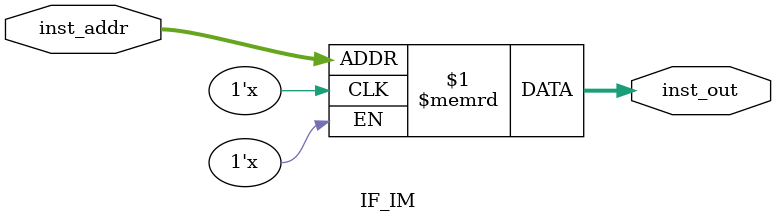
<source format=v>
`timescale 1ns / 1ps
module IF_IM(
input wire [31:0] inst_addr,
output wire [31:0] inst_out
);

reg [31:0] instmem [31:0];

assign inst_out = instmem[inst_addr];


endmodule

</source>
